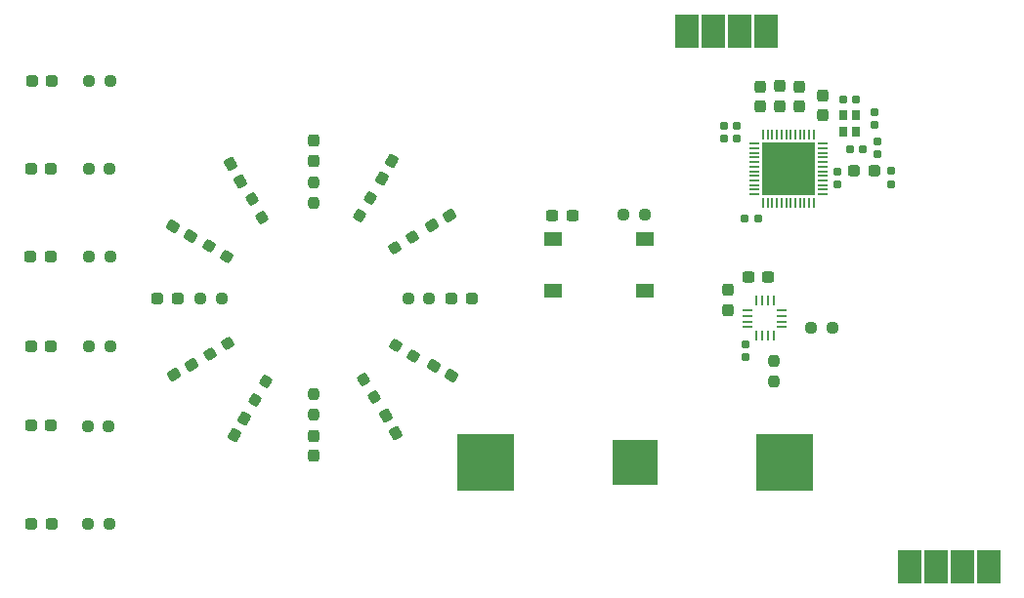
<source format=gbr>
%TF.GenerationSoftware,KiCad,Pcbnew,7.0.6*%
%TF.CreationDate,2024-06-09T16:50:33+02:00*%
%TF.ProjectId,nRF52832_visitcard,6e524635-3238-4333-925f-766973697463,v0.1*%
%TF.SameCoordinates,Original*%
%TF.FileFunction,Soldermask,Top*%
%TF.FilePolarity,Negative*%
%FSLAX46Y46*%
G04 Gerber Fmt 4.6, Leading zero omitted, Abs format (unit mm)*
G04 Created by KiCad (PCBNEW 7.0.6) date 2024-06-09 16:50:33*
%MOMM*%
%LPD*%
G01*
G04 APERTURE LIST*
G04 Aperture macros list*
%AMRoundRect*
0 Rectangle with rounded corners*
0 $1 Rounding radius*
0 $2 $3 $4 $5 $6 $7 $8 $9 X,Y pos of 4 corners*
0 Add a 4 corners polygon primitive as box body*
4,1,4,$2,$3,$4,$5,$6,$7,$8,$9,$2,$3,0*
0 Add four circle primitives for the rounded corners*
1,1,$1+$1,$2,$3*
1,1,$1+$1,$4,$5*
1,1,$1+$1,$6,$7*
1,1,$1+$1,$8,$9*
0 Add four rect primitives between the rounded corners*
20,1,$1+$1,$2,$3,$4,$5,0*
20,1,$1+$1,$4,$5,$6,$7,0*
20,1,$1+$1,$6,$7,$8,$9,0*
20,1,$1+$1,$8,$9,$2,$3,0*%
G04 Aperture macros list end*
%ADD10RoundRect,0.237500X-0.250000X-0.237500X0.250000X-0.237500X0.250000X0.237500X-0.250000X0.237500X0*%
%ADD11RoundRect,0.237500X-0.237500X0.250000X-0.237500X-0.250000X0.237500X-0.250000X0.237500X0.250000X0*%
%ADD12RoundRect,0.237500X0.237500X-0.250000X0.237500X0.250000X-0.237500X0.250000X-0.237500X-0.250000X0*%
%ADD13RoundRect,0.155000X-0.155000X0.212500X-0.155000X-0.212500X0.155000X-0.212500X0.155000X0.212500X0*%
%ADD14RoundRect,0.050000X-0.350000X-0.050000X0.350000X-0.050000X0.350000X0.050000X-0.350000X0.050000X0*%
%ADD15RoundRect,0.050000X-0.050000X-0.350000X0.050000X-0.350000X0.050000X0.350000X-0.050000X0.350000X0*%
%ADD16R,4.600000X4.600000*%
%ADD17RoundRect,0.237500X-0.130232X-0.349431X0.367732X-0.061931X0.130232X0.349431X-0.367732X0.061931X0*%
%ADD18RoundRect,0.237500X0.250000X0.237500X-0.250000X0.237500X-0.250000X-0.237500X0.250000X-0.237500X0*%
%ADD19RoundRect,0.237500X-0.287500X-0.237500X0.287500X-0.237500X0.287500X0.237500X-0.287500X0.237500X0*%
%ADD20RoundRect,0.237500X0.237500X-0.300000X0.237500X0.300000X-0.237500X0.300000X-0.237500X-0.300000X0*%
%ADD21RoundRect,0.237500X-0.330681X0.097756X-0.080681X-0.335256X0.330681X-0.097756X0.080681X0.335256X0*%
%ADD22RoundRect,0.155000X0.155000X-0.212500X0.155000X0.212500X-0.155000X0.212500X-0.155000X-0.212500X0*%
%ADD23RoundRect,0.237500X-0.237500X0.287500X-0.237500X-0.287500X0.237500X-0.287500X0.237500X0.287500X0*%
%ADD24RoundRect,0.237500X0.237500X-0.287500X0.237500X0.287500X-0.237500X0.287500X-0.237500X-0.287500X0*%
%ADD25RoundRect,0.237500X0.349431X-0.130232X0.061931X0.367732X-0.349431X0.130232X-0.061931X-0.367732X0*%
%ADD26RoundRect,0.237500X0.287500X0.237500X-0.287500X0.237500X-0.287500X-0.237500X0.287500X-0.237500X0*%
%ADD27RoundRect,0.237500X-0.335256X-0.080681X0.097756X-0.330681X0.335256X0.080681X-0.097756X0.330681X0*%
%ADD28RoundRect,0.237500X-0.237500X0.300000X-0.237500X-0.300000X0.237500X-0.300000X0.237500X0.300000X0*%
%ADD29R,0.800000X0.900000*%
%ADD30RoundRect,0.237500X0.335256X0.080681X-0.097756X0.330681X-0.335256X-0.080681X0.097756X-0.330681X0*%
%ADD31R,2.000000X3.000000*%
%ADD32RoundRect,0.155000X0.212500X0.155000X-0.212500X0.155000X-0.212500X-0.155000X0.212500X-0.155000X0*%
%ADD33RoundRect,0.237500X0.367732X0.061931X-0.130232X0.349431X-0.367732X-0.061931X0.130232X-0.349431X0*%
%ADD34RoundRect,0.237500X0.300000X0.237500X-0.300000X0.237500X-0.300000X-0.237500X0.300000X-0.237500X0*%
%ADD35R,0.250000X0.825000*%
%ADD36R,0.825000X0.250000*%
%ADD37RoundRect,0.237500X0.061931X-0.367732X0.349431X0.130232X-0.061931X0.367732X-0.349431X-0.130232X0*%
%ADD38RoundRect,0.237500X-0.080681X0.335256X-0.330681X-0.097756X0.080681X-0.335256X0.330681X0.097756X0*%
%ADD39RoundRect,0.237500X-0.367732X-0.061931X0.130232X-0.349431X0.367732X0.061931X-0.130232X0.349431X0*%
%ADD40RoundRect,0.155000X-0.212500X-0.155000X0.212500X-0.155000X0.212500X0.155000X-0.212500X0.155000X0*%
%ADD41RoundRect,0.237500X-0.061931X0.367732X-0.349431X-0.130232X0.061931X-0.367732X0.349431X0.130232X0*%
%ADD42RoundRect,0.237500X-0.300000X-0.237500X0.300000X-0.237500X0.300000X0.237500X-0.300000X0.237500X0*%
%ADD43RoundRect,0.237500X0.097756X0.330681X-0.335256X0.080681X-0.097756X-0.330681X0.335256X-0.080681X0*%
%ADD44RoundRect,0.237500X-0.349431X0.130232X-0.061931X-0.367732X0.349431X-0.130232X0.061931X0.367732X0*%
%ADD45RoundRect,0.237500X0.130232X0.349431X-0.367732X0.061931X-0.130232X-0.349431X0.367732X-0.061931X0*%
%ADD46R,5.000000X5.000000*%
%ADD47R,4.000000X4.000000*%
%ADD48RoundRect,0.237500X-0.097756X-0.330681X0.335256X-0.080681X0.097756X0.330681X-0.335256X0.080681X0*%
%ADD49R,1.550000X1.300000*%
%ADD50RoundRect,0.237500X0.080681X-0.335256X0.330681X0.097756X-0.080681X0.335256X-0.330681X-0.097756X0*%
%ADD51RoundRect,0.237500X0.330681X-0.097756X0.080681X0.335256X-0.330681X0.097756X-0.080681X-0.335256X0*%
G04 APERTURE END LIST*
D10*
%TO.C,R2*%
X170512100Y-107518200D03*
X172337100Y-107518200D03*
%TD*%
D11*
%TO.C,R15*%
X127355600Y-113285900D03*
X127355600Y-115110900D03*
%TD*%
D12*
%TO.C,R14*%
X127406400Y-96746700D03*
X127406400Y-94921700D03*
%TD*%
D13*
%TO.C,C15*%
X177393600Y-93962600D03*
X177393600Y-95097600D03*
%TD*%
D14*
%TO.C,U1*%
X165579000Y-91570800D03*
X165579000Y-91970800D03*
X165579000Y-92370800D03*
X165579000Y-92770800D03*
X165579000Y-93170800D03*
X165579000Y-93570800D03*
X165579000Y-93970800D03*
X165579000Y-94370800D03*
X165579000Y-94770800D03*
X165579000Y-95170800D03*
X165579000Y-95570800D03*
X165579000Y-95970800D03*
D15*
X166329000Y-96720800D03*
X166729000Y-96720800D03*
X167129000Y-96720800D03*
X167529000Y-96720800D03*
X167929000Y-96720800D03*
X168329000Y-96720800D03*
X168729000Y-96720800D03*
X169129000Y-96720800D03*
X169529000Y-96720800D03*
X169929000Y-96720800D03*
X170329000Y-96720800D03*
X170729000Y-96720800D03*
D14*
X171479000Y-95970800D03*
X171479000Y-95570800D03*
X171479000Y-95170800D03*
X171479000Y-94770800D03*
X171479000Y-94370800D03*
X171479000Y-93970800D03*
X171479000Y-93570800D03*
X171479000Y-93170800D03*
X171479000Y-92770800D03*
X171479000Y-92370800D03*
X171479000Y-91970800D03*
X171479000Y-91570800D03*
D15*
X170729000Y-90820800D03*
X170329000Y-90820800D03*
X169929000Y-90820800D03*
X169529000Y-90820800D03*
X169129000Y-90820800D03*
X168729000Y-90820800D03*
X168329000Y-90820800D03*
X167929000Y-90820800D03*
X167529000Y-90820800D03*
X167129000Y-90820800D03*
X166729000Y-90820800D03*
X166329000Y-90820800D03*
D16*
X168529000Y-93770800D03*
%TD*%
D17*
%TO.C,D9*%
X115299056Y-111644400D03*
X116814600Y-110769400D03*
%TD*%
D18*
%TO.C,R5*%
X109775000Y-109143800D03*
X107950000Y-109143800D03*
%TD*%
D19*
%TO.C,D16*%
X102898000Y-109143800D03*
X104648000Y-109143800D03*
%TD*%
D10*
%TO.C,R21*%
X154256100Y-97739200D03*
X156081100Y-97739200D03*
%TD*%
D20*
%TO.C,C2*%
X171475400Y-89102100D03*
X171475400Y-87377100D03*
%TD*%
D21*
%TO.C,R17*%
X131699000Y-112014000D03*
X132611500Y-113594496D03*
%TD*%
D19*
%TO.C,D17*%
X102898000Y-116052600D03*
X104648000Y-116052600D03*
%TD*%
D22*
%TO.C,C6*%
X175971200Y-89975500D03*
X175971200Y-88840500D03*
%TD*%
D19*
%TO.C,D14*%
X102898000Y-93751400D03*
X104648000Y-93751400D03*
%TD*%
D23*
%TO.C,D1*%
X127381000Y-91341000D03*
X127381000Y-93091000D03*
%TD*%
D24*
%TO.C,L2*%
X167767000Y-88350000D03*
X167767000Y-86600000D03*
%TD*%
D20*
%TO.C,C3*%
X169468800Y-88339000D03*
X169468800Y-86614000D03*
%TD*%
D25*
%TO.C,D6*%
X134498700Y-116657972D03*
X133623700Y-115142428D03*
%TD*%
D26*
%TO.C,D4*%
X141094400Y-105054400D03*
X139344400Y-105054400D03*
%TD*%
D27*
%TO.C,R19*%
X134467600Y-109067600D03*
X136048096Y-109980100D03*
%TD*%
D13*
%TO.C,C11*%
X164795200Y-108966000D03*
X164795200Y-110101000D03*
%TD*%
D28*
%TO.C,C9*%
X163296600Y-104293500D03*
X163296600Y-106018500D03*
%TD*%
D19*
%TO.C,L3*%
X174210800Y-93958400D03*
X175960800Y-93958400D03*
%TD*%
%TO.C,D15*%
X102847200Y-101396800D03*
X104597200Y-101396800D03*
%TD*%
D29*
%TO.C,Y1*%
X174387600Y-90539800D03*
X174387600Y-89139800D03*
X173287600Y-89139800D03*
X173287600Y-90539800D03*
%TD*%
D30*
%TO.C,R10*%
X119865448Y-101395850D03*
X118284952Y-100483350D03*
%TD*%
D31*
%TO.C,Programming*%
X185877200Y-128270000D03*
X183591200Y-128270000D03*
X181305200Y-128270000D03*
X179019200Y-128270000D03*
%TD*%
D32*
%TO.C,C4*%
X165896100Y-98044000D03*
X164761100Y-98044000D03*
%TD*%
D18*
%TO.C,R4*%
X109622600Y-116128800D03*
X107797600Y-116128800D03*
%TD*%
D33*
%TO.C,D5*%
X139285144Y-111720600D03*
X137769600Y-110845600D03*
%TD*%
D34*
%TO.C,C10*%
X166775300Y-103124000D03*
X165050300Y-103124000D03*
%TD*%
D19*
%TO.C,D18*%
X102909400Y-124587000D03*
X104659400Y-124587000D03*
%TD*%
D32*
%TO.C,C14*%
X174998000Y-92100400D03*
X173863000Y-92100400D03*
%TD*%
D35*
%TO.C,U2*%
X167221600Y-108206200D03*
X166721600Y-108206200D03*
X166221600Y-108206200D03*
X165721600Y-108206200D03*
D36*
X164971600Y-107506200D03*
X164971600Y-107006200D03*
X164971600Y-106506200D03*
X164971600Y-106006200D03*
D35*
X165721600Y-105206200D03*
X166221600Y-105206200D03*
X166721600Y-105206200D03*
X167221600Y-105206200D03*
D36*
X167971600Y-106006200D03*
X167971600Y-106506200D03*
X167971600Y-107006200D03*
X167971600Y-107506200D03*
%TD*%
D19*
%TO.C,D13*%
X102960200Y-86156800D03*
X104710200Y-86156800D03*
%TD*%
D24*
%TO.C,D7*%
X127381000Y-118666200D03*
X127381000Y-116916200D03*
%TD*%
D18*
%TO.C,R3*%
X109675300Y-124561600D03*
X107850300Y-124561600D03*
%TD*%
D37*
%TO.C,D8*%
X120486200Y-116907744D03*
X121361200Y-115392200D03*
%TD*%
D38*
%TO.C,R13*%
X123239850Y-112239752D03*
X122327350Y-113820248D03*
%TD*%
D13*
%TO.C,C13*%
X176250600Y-91389200D03*
X176250600Y-92524200D03*
%TD*%
D32*
%TO.C,C8*%
X164050600Y-90068400D03*
X162915600Y-90068400D03*
%TD*%
D18*
%TO.C,R6*%
X109775000Y-101371400D03*
X107950000Y-101371400D03*
%TD*%
%TO.C,R7*%
X109698800Y-93726000D03*
X107873800Y-93726000D03*
%TD*%
D39*
%TO.C,D11*%
X115167828Y-98749500D03*
X116683372Y-99624500D03*
%TD*%
D40*
%TO.C,C5*%
X173270100Y-87757000D03*
X174405100Y-87757000D03*
%TD*%
D41*
%TO.C,D2*%
X134191050Y-93066980D03*
X133316050Y-94582524D03*
%TD*%
D10*
%TO.C,R20*%
X135559800Y-105054400D03*
X137384800Y-105054400D03*
%TD*%
D42*
%TO.C,C12*%
X148083100Y-97790000D03*
X149808100Y-97790000D03*
%TD*%
D43*
%TO.C,R11*%
X119967048Y-108941550D03*
X118386552Y-109854050D03*
%TD*%
D44*
%TO.C,D12*%
X120192800Y-93319600D03*
X121067800Y-94835144D03*
%TD*%
D19*
%TO.C,D10*%
X113856800Y-105029000D03*
X115606800Y-105029000D03*
%TD*%
D31*
%TO.C,UART*%
X159766000Y-81788000D03*
X162052000Y-81788000D03*
X164338000Y-81788000D03*
X166624000Y-81788000D03*
%TD*%
D45*
%TO.C,D3*%
X139118648Y-97790950D03*
X137603104Y-98665950D03*
%TD*%
D32*
%TO.C,C1*%
X164067300Y-91135200D03*
X162932300Y-91135200D03*
%TD*%
D46*
%TO.C,BT1*%
X168194800Y-119278400D03*
X142294800Y-119278400D03*
D47*
X155244800Y-119278400D03*
%TD*%
D48*
%TO.C,R18*%
X134388552Y-100583050D03*
X135969048Y-99670550D03*
%TD*%
D49*
%TO.C,SW1*%
X148145600Y-99858000D03*
X156095600Y-99858000D03*
X148145600Y-104358000D03*
X156095600Y-104358000D03*
%TD*%
D11*
%TO.C,R1*%
X167233600Y-110417600D03*
X167233600Y-112242600D03*
%TD*%
D18*
%TO.C,R9*%
X119403500Y-104978200D03*
X117578500Y-104978200D03*
%TD*%
D50*
%TO.C,R16*%
X131394200Y-97840800D03*
X132306700Y-96260304D03*
%TD*%
D18*
%TO.C,R8*%
X109753400Y-86156800D03*
X107928400Y-86156800D03*
%TD*%
D13*
%TO.C,C7*%
X172799800Y-93975100D03*
X172799800Y-95110100D03*
%TD*%
D23*
%TO.C,L1*%
X166090600Y-86614000D03*
X166090600Y-88364000D03*
%TD*%
D51*
%TO.C,R12*%
X122934100Y-97948096D03*
X122021600Y-96367600D03*
%TD*%
M02*

</source>
